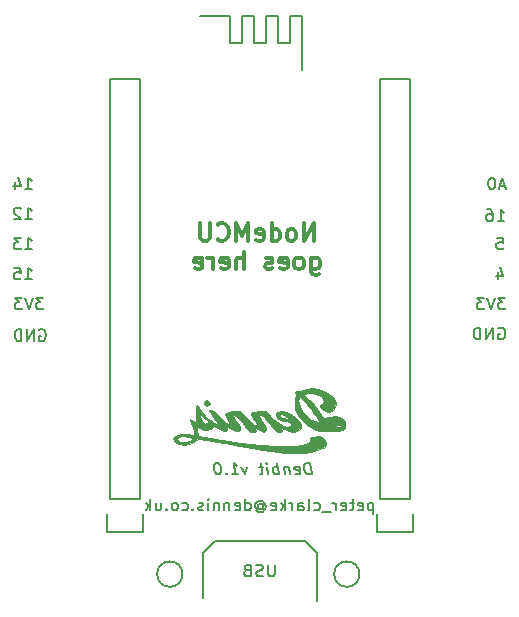
<source format=gbo>
%TF.GenerationSoftware,KiCad,Pcbnew,4.0.1-stable*%
%TF.CreationDate,2016-04-17T11:04:22+01:00*%
%TF.ProjectId,basic,62617369632E6B696361645F70636200,rev?*%
%TF.FileFunction,Legend,Bot*%
%FSLAX46Y46*%
G04 Gerber Fmt 4.6, Leading zero omitted, Abs format (unit mm)*
G04 Created by KiCad (PCBNEW 4.0.1-stable) date 17/04/2016 11:04:22*
%MOMM*%
G01*
G04 APERTURE LIST*
%ADD10C,0.100000*%
%ADD11C,0.150000*%
%ADD12C,0.300000*%
%ADD13C,0.200000*%
%ADD14C,0.010000*%
%ADD15C,2.398980*%
%ADD16R,2.400000X2.300000*%
%ADD17C,2.300000*%
%ADD18C,5.900000*%
%ADD19C,1.797000*%
%ADD20R,2.432000X2.127200*%
%ADD21O,2.432000X2.127200*%
%ADD22O,1.400000X2.305000*%
%ADD23R,1.400000X2.305000*%
G04 APERTURE END LIST*
D10*
D11*
X165524904Y-98850000D02*
X165620142Y-98802381D01*
X165762999Y-98802381D01*
X165905857Y-98850000D01*
X166001095Y-98945238D01*
X166048714Y-99040476D01*
X166096333Y-99230952D01*
X166096333Y-99373810D01*
X166048714Y-99564286D01*
X166001095Y-99659524D01*
X165905857Y-99754762D01*
X165762999Y-99802381D01*
X165667761Y-99802381D01*
X165524904Y-99754762D01*
X165477285Y-99707143D01*
X165477285Y-99373810D01*
X165667761Y-99373810D01*
X165048714Y-99802381D02*
X165048714Y-98802381D01*
X164477285Y-99802381D01*
X164477285Y-98802381D01*
X164001095Y-99802381D02*
X164001095Y-98802381D01*
X163763000Y-98802381D01*
X163620142Y-98850000D01*
X163524904Y-98945238D01*
X163477285Y-99040476D01*
X163429666Y-99230952D01*
X163429666Y-99373810D01*
X163477285Y-99564286D01*
X163524904Y-99659524D01*
X163620142Y-99754762D01*
X163763000Y-99802381D01*
X164001095Y-99802381D01*
X166128095Y-96262381D02*
X165509047Y-96262381D01*
X165842381Y-96643333D01*
X165699523Y-96643333D01*
X165604285Y-96690952D01*
X165556666Y-96738571D01*
X165509047Y-96833810D01*
X165509047Y-97071905D01*
X165556666Y-97167143D01*
X165604285Y-97214762D01*
X165699523Y-97262381D01*
X165985238Y-97262381D01*
X166080476Y-97214762D01*
X166128095Y-97167143D01*
X165223333Y-96262381D02*
X164890000Y-97262381D01*
X164556666Y-96262381D01*
X164318571Y-96262381D02*
X163699523Y-96262381D01*
X164032857Y-96643333D01*
X163889999Y-96643333D01*
X163794761Y-96690952D01*
X163747142Y-96738571D01*
X163699523Y-96833810D01*
X163699523Y-97071905D01*
X163747142Y-97167143D01*
X163794761Y-97214762D01*
X163889999Y-97262381D01*
X164175714Y-97262381D01*
X164270952Y-97214762D01*
X164318571Y-97167143D01*
X165461523Y-94055714D02*
X165461523Y-94722381D01*
X165699619Y-93674762D02*
X165937714Y-94389048D01*
X165318666Y-94389048D01*
X165413904Y-91182381D02*
X165890095Y-91182381D01*
X165937714Y-91658571D01*
X165890095Y-91610952D01*
X165794857Y-91563333D01*
X165556761Y-91563333D01*
X165461523Y-91610952D01*
X165413904Y-91658571D01*
X165366285Y-91753810D01*
X165366285Y-91991905D01*
X165413904Y-92087143D01*
X165461523Y-92134762D01*
X165556761Y-92182381D01*
X165794857Y-92182381D01*
X165890095Y-92134762D01*
X165937714Y-92087143D01*
X165456476Y-89784381D02*
X166027905Y-89784381D01*
X165742191Y-89784381D02*
X165742191Y-88784381D01*
X165837429Y-88927238D01*
X165932667Y-89022476D01*
X166027905Y-89070095D01*
X164599333Y-88784381D02*
X164789810Y-88784381D01*
X164885048Y-88832000D01*
X164932667Y-88879619D01*
X165027905Y-89022476D01*
X165075524Y-89212952D01*
X165075524Y-89593905D01*
X165027905Y-89689143D01*
X164980286Y-89736762D01*
X164885048Y-89784381D01*
X164694571Y-89784381D01*
X164599333Y-89736762D01*
X164551714Y-89689143D01*
X164504095Y-89593905D01*
X164504095Y-89355810D01*
X164551714Y-89260571D01*
X164599333Y-89212952D01*
X164694571Y-89165333D01*
X164885048Y-89165333D01*
X164980286Y-89212952D01*
X165027905Y-89260571D01*
X165075524Y-89355810D01*
X166112286Y-86816667D02*
X165636095Y-86816667D01*
X166207524Y-87102381D02*
X165874191Y-86102381D01*
X165540857Y-87102381D01*
X165017048Y-86102381D02*
X164921809Y-86102381D01*
X164826571Y-86150000D01*
X164778952Y-86197619D01*
X164731333Y-86292857D01*
X164683714Y-86483333D01*
X164683714Y-86721429D01*
X164731333Y-86911905D01*
X164778952Y-87007143D01*
X164826571Y-87054762D01*
X164921809Y-87102381D01*
X165017048Y-87102381D01*
X165112286Y-87054762D01*
X165159905Y-87007143D01*
X165207524Y-86911905D01*
X165255143Y-86721429D01*
X165255143Y-86483333D01*
X165207524Y-86292857D01*
X165159905Y-86197619D01*
X165112286Y-86150000D01*
X165017048Y-86102381D01*
X126657904Y-98992000D02*
X126753142Y-98944381D01*
X126895999Y-98944381D01*
X127038857Y-98992000D01*
X127134095Y-99087238D01*
X127181714Y-99182476D01*
X127229333Y-99372952D01*
X127229333Y-99515810D01*
X127181714Y-99706286D01*
X127134095Y-99801524D01*
X127038857Y-99896762D01*
X126895999Y-99944381D01*
X126800761Y-99944381D01*
X126657904Y-99896762D01*
X126610285Y-99849143D01*
X126610285Y-99515810D01*
X126800761Y-99515810D01*
X126181714Y-99944381D02*
X126181714Y-98944381D01*
X125610285Y-99944381D01*
X125610285Y-98944381D01*
X125134095Y-99944381D02*
X125134095Y-98944381D01*
X124896000Y-98944381D01*
X124753142Y-98992000D01*
X124657904Y-99087238D01*
X124610285Y-99182476D01*
X124562666Y-99372952D01*
X124562666Y-99515810D01*
X124610285Y-99706286D01*
X124657904Y-99801524D01*
X124753142Y-99896762D01*
X124896000Y-99944381D01*
X125134095Y-99944381D01*
X126657904Y-98992000D02*
X126753142Y-98944381D01*
X126895999Y-98944381D01*
X127038857Y-98992000D01*
X127134095Y-99087238D01*
X127181714Y-99182476D01*
X127229333Y-99372952D01*
X127229333Y-99515810D01*
X127181714Y-99706286D01*
X127134095Y-99801524D01*
X127038857Y-99896762D01*
X126895999Y-99944381D01*
X126800761Y-99944381D01*
X126657904Y-99896762D01*
X126610285Y-99849143D01*
X126610285Y-99515810D01*
X126800761Y-99515810D01*
X126181714Y-99944381D02*
X126181714Y-98944381D01*
X125610285Y-99944381D01*
X125610285Y-98944381D01*
X125134095Y-99944381D02*
X125134095Y-98944381D01*
X124896000Y-98944381D01*
X124753142Y-98992000D01*
X124657904Y-99087238D01*
X124610285Y-99182476D01*
X124562666Y-99372952D01*
X124562666Y-99515810D01*
X124610285Y-99706286D01*
X124657904Y-99801524D01*
X124753142Y-99896762D01*
X124896000Y-99944381D01*
X125134095Y-99944381D01*
X127012095Y-96262381D02*
X126393047Y-96262381D01*
X126726381Y-96643333D01*
X126583523Y-96643333D01*
X126488285Y-96690952D01*
X126440666Y-96738571D01*
X126393047Y-96833810D01*
X126393047Y-97071905D01*
X126440666Y-97167143D01*
X126488285Y-97214762D01*
X126583523Y-97262381D01*
X126869238Y-97262381D01*
X126964476Y-97214762D01*
X127012095Y-97167143D01*
X126107333Y-96262381D02*
X125774000Y-97262381D01*
X125440666Y-96262381D01*
X125202571Y-96262381D02*
X124583523Y-96262381D01*
X124916857Y-96643333D01*
X124773999Y-96643333D01*
X124678761Y-96690952D01*
X124631142Y-96738571D01*
X124583523Y-96833810D01*
X124583523Y-97071905D01*
X124631142Y-97167143D01*
X124678761Y-97214762D01*
X124773999Y-97262381D01*
X125059714Y-97262381D01*
X125154952Y-97214762D01*
X125202571Y-97167143D01*
X154951049Y-113613714D02*
X154951049Y-114613714D01*
X154951049Y-113661333D02*
X154855811Y-113613714D01*
X154665334Y-113613714D01*
X154570096Y-113661333D01*
X154522477Y-113708952D01*
X154474858Y-113804190D01*
X154474858Y-114089905D01*
X154522477Y-114185143D01*
X154570096Y-114232762D01*
X154665334Y-114280381D01*
X154855811Y-114280381D01*
X154951049Y-114232762D01*
X153665334Y-114232762D02*
X153760572Y-114280381D01*
X153951049Y-114280381D01*
X154046287Y-114232762D01*
X154093906Y-114137524D01*
X154093906Y-113756571D01*
X154046287Y-113661333D01*
X153951049Y-113613714D01*
X153760572Y-113613714D01*
X153665334Y-113661333D01*
X153617715Y-113756571D01*
X153617715Y-113851810D01*
X154093906Y-113947048D01*
X153332001Y-113613714D02*
X152951049Y-113613714D01*
X153189144Y-113280381D02*
X153189144Y-114137524D01*
X153141525Y-114232762D01*
X153046287Y-114280381D01*
X152951049Y-114280381D01*
X152236762Y-114232762D02*
X152332000Y-114280381D01*
X152522477Y-114280381D01*
X152617715Y-114232762D01*
X152665334Y-114137524D01*
X152665334Y-113756571D01*
X152617715Y-113661333D01*
X152522477Y-113613714D01*
X152332000Y-113613714D01*
X152236762Y-113661333D01*
X152189143Y-113756571D01*
X152189143Y-113851810D01*
X152665334Y-113947048D01*
X151760572Y-114280381D02*
X151760572Y-113613714D01*
X151760572Y-113804190D02*
X151712953Y-113708952D01*
X151665334Y-113661333D01*
X151570096Y-113613714D01*
X151474857Y-113613714D01*
X151379619Y-114375619D02*
X150617714Y-114375619D01*
X149951047Y-114232762D02*
X150046285Y-114280381D01*
X150236762Y-114280381D01*
X150332000Y-114232762D01*
X150379619Y-114185143D01*
X150427238Y-114089905D01*
X150427238Y-113804190D01*
X150379619Y-113708952D01*
X150332000Y-113661333D01*
X150236762Y-113613714D01*
X150046285Y-113613714D01*
X149951047Y-113661333D01*
X149379619Y-114280381D02*
X149474857Y-114232762D01*
X149522476Y-114137524D01*
X149522476Y-113280381D01*
X148570094Y-114280381D02*
X148570094Y-113756571D01*
X148617713Y-113661333D01*
X148712951Y-113613714D01*
X148903428Y-113613714D01*
X148998666Y-113661333D01*
X148570094Y-114232762D02*
X148665332Y-114280381D01*
X148903428Y-114280381D01*
X148998666Y-114232762D01*
X149046285Y-114137524D01*
X149046285Y-114042286D01*
X148998666Y-113947048D01*
X148903428Y-113899429D01*
X148665332Y-113899429D01*
X148570094Y-113851810D01*
X148093904Y-114280381D02*
X148093904Y-113613714D01*
X148093904Y-113804190D02*
X148046285Y-113708952D01*
X147998666Y-113661333D01*
X147903428Y-113613714D01*
X147808189Y-113613714D01*
X147474856Y-114280381D02*
X147474856Y-113280381D01*
X147379618Y-113899429D02*
X147093903Y-114280381D01*
X147093903Y-113613714D02*
X147474856Y-113994667D01*
X146284379Y-114232762D02*
X146379617Y-114280381D01*
X146570094Y-114280381D01*
X146665332Y-114232762D01*
X146712951Y-114137524D01*
X146712951Y-113756571D01*
X146665332Y-113661333D01*
X146570094Y-113613714D01*
X146379617Y-113613714D01*
X146284379Y-113661333D01*
X146236760Y-113756571D01*
X146236760Y-113851810D01*
X146712951Y-113947048D01*
X145189141Y-113804190D02*
X145236760Y-113756571D01*
X145331998Y-113708952D01*
X145427236Y-113708952D01*
X145522474Y-113756571D01*
X145570094Y-113804190D01*
X145617713Y-113899429D01*
X145617713Y-113994667D01*
X145570094Y-114089905D01*
X145522474Y-114137524D01*
X145427236Y-114185143D01*
X145331998Y-114185143D01*
X145236760Y-114137524D01*
X145189141Y-114089905D01*
X145189141Y-113708952D02*
X145189141Y-114089905D01*
X145141522Y-114137524D01*
X145093903Y-114137524D01*
X144998665Y-114089905D01*
X144951046Y-113994667D01*
X144951046Y-113756571D01*
X145046284Y-113613714D01*
X145189141Y-113518476D01*
X145379617Y-113470857D01*
X145570094Y-113518476D01*
X145712951Y-113613714D01*
X145808189Y-113756571D01*
X145855808Y-113947048D01*
X145808189Y-114137524D01*
X145712951Y-114280381D01*
X145570094Y-114375619D01*
X145379617Y-114423238D01*
X145189141Y-114375619D01*
X145046284Y-114280381D01*
X144093903Y-114280381D02*
X144093903Y-113280381D01*
X144093903Y-114232762D02*
X144189141Y-114280381D01*
X144379618Y-114280381D01*
X144474856Y-114232762D01*
X144522475Y-114185143D01*
X144570094Y-114089905D01*
X144570094Y-113804190D01*
X144522475Y-113708952D01*
X144474856Y-113661333D01*
X144379618Y-113613714D01*
X144189141Y-113613714D01*
X144093903Y-113661333D01*
X143236760Y-114232762D02*
X143331998Y-114280381D01*
X143522475Y-114280381D01*
X143617713Y-114232762D01*
X143665332Y-114137524D01*
X143665332Y-113756571D01*
X143617713Y-113661333D01*
X143522475Y-113613714D01*
X143331998Y-113613714D01*
X143236760Y-113661333D01*
X143189141Y-113756571D01*
X143189141Y-113851810D01*
X143665332Y-113947048D01*
X142760570Y-113613714D02*
X142760570Y-114280381D01*
X142760570Y-113708952D02*
X142712951Y-113661333D01*
X142617713Y-113613714D01*
X142474855Y-113613714D01*
X142379617Y-113661333D01*
X142331998Y-113756571D01*
X142331998Y-114280381D01*
X141855808Y-113613714D02*
X141855808Y-114280381D01*
X141855808Y-113708952D02*
X141808189Y-113661333D01*
X141712951Y-113613714D01*
X141570093Y-113613714D01*
X141474855Y-113661333D01*
X141427236Y-113756571D01*
X141427236Y-114280381D01*
X140951046Y-114280381D02*
X140951046Y-113613714D01*
X140951046Y-113280381D02*
X140998665Y-113328000D01*
X140951046Y-113375619D01*
X140903427Y-113328000D01*
X140951046Y-113280381D01*
X140951046Y-113375619D01*
X140522475Y-114232762D02*
X140427237Y-114280381D01*
X140236761Y-114280381D01*
X140141522Y-114232762D01*
X140093903Y-114137524D01*
X140093903Y-114089905D01*
X140141522Y-113994667D01*
X140236761Y-113947048D01*
X140379618Y-113947048D01*
X140474856Y-113899429D01*
X140522475Y-113804190D01*
X140522475Y-113756571D01*
X140474856Y-113661333D01*
X140379618Y-113613714D01*
X140236761Y-113613714D01*
X140141522Y-113661333D01*
X139665332Y-114185143D02*
X139617713Y-114232762D01*
X139665332Y-114280381D01*
X139712951Y-114232762D01*
X139665332Y-114185143D01*
X139665332Y-114280381D01*
X138760570Y-114232762D02*
X138855808Y-114280381D01*
X139046285Y-114280381D01*
X139141523Y-114232762D01*
X139189142Y-114185143D01*
X139236761Y-114089905D01*
X139236761Y-113804190D01*
X139189142Y-113708952D01*
X139141523Y-113661333D01*
X139046285Y-113613714D01*
X138855808Y-113613714D01*
X138760570Y-113661333D01*
X138189142Y-114280381D02*
X138284380Y-114232762D01*
X138331999Y-114185143D01*
X138379618Y-114089905D01*
X138379618Y-113804190D01*
X138331999Y-113708952D01*
X138284380Y-113661333D01*
X138189142Y-113613714D01*
X138046284Y-113613714D01*
X137951046Y-113661333D01*
X137903427Y-113708952D01*
X137855808Y-113804190D01*
X137855808Y-114089905D01*
X137903427Y-114185143D01*
X137951046Y-114232762D01*
X138046284Y-114280381D01*
X138189142Y-114280381D01*
X137427237Y-114185143D02*
X137379618Y-114232762D01*
X137427237Y-114280381D01*
X137474856Y-114232762D01*
X137427237Y-114185143D01*
X137427237Y-114280381D01*
X136522475Y-113613714D02*
X136522475Y-114280381D01*
X136951047Y-113613714D02*
X136951047Y-114137524D01*
X136903428Y-114232762D01*
X136808190Y-114280381D01*
X136665332Y-114280381D01*
X136570094Y-114232762D01*
X136522475Y-114185143D01*
X136046285Y-114280381D02*
X136046285Y-113280381D01*
X135951047Y-113899429D02*
X135665332Y-114280381D01*
X135665332Y-113613714D02*
X136046285Y-113994667D01*
X125456476Y-94722381D02*
X126027905Y-94722381D01*
X125742191Y-94722381D02*
X125742191Y-93722381D01*
X125837429Y-93865238D01*
X125932667Y-93960476D01*
X126027905Y-94008095D01*
X124551714Y-93722381D02*
X125027905Y-93722381D01*
X125075524Y-94198571D01*
X125027905Y-94150952D01*
X124932667Y-94103333D01*
X124694571Y-94103333D01*
X124599333Y-94150952D01*
X124551714Y-94198571D01*
X124504095Y-94293810D01*
X124504095Y-94531905D01*
X124551714Y-94627143D01*
X124599333Y-94674762D01*
X124694571Y-94722381D01*
X124932667Y-94722381D01*
X125027905Y-94674762D01*
X125075524Y-94627143D01*
X149713977Y-111232381D02*
X149588977Y-110232381D01*
X149350882Y-110232381D01*
X149213976Y-110280000D01*
X149130643Y-110375238D01*
X149094928Y-110470476D01*
X149071119Y-110660952D01*
X149088976Y-110803810D01*
X149160405Y-110994286D01*
X149219928Y-111089524D01*
X149327071Y-111184762D01*
X149475882Y-111232381D01*
X149713977Y-111232381D01*
X148327071Y-111184762D02*
X148428262Y-111232381D01*
X148618739Y-111232381D01*
X148708024Y-111184762D01*
X148743738Y-111089524D01*
X148696119Y-110708571D01*
X148636596Y-110613333D01*
X148535405Y-110565714D01*
X148344928Y-110565714D01*
X148255643Y-110613333D01*
X148219928Y-110708571D01*
X148231833Y-110803810D01*
X148719929Y-110899048D01*
X147773500Y-110565714D02*
X147856834Y-111232381D01*
X147785405Y-110660952D02*
X147731834Y-110613333D01*
X147630643Y-110565714D01*
X147487785Y-110565714D01*
X147398500Y-110613333D01*
X147362785Y-110708571D01*
X147428262Y-111232381D01*
X146952072Y-111232381D02*
X146827072Y-110232381D01*
X146874691Y-110613333D02*
X146773500Y-110565714D01*
X146583023Y-110565714D01*
X146493738Y-110613333D01*
X146452071Y-110660952D01*
X146416357Y-110756190D01*
X146452071Y-111041905D01*
X146511595Y-111137143D01*
X146565166Y-111184762D01*
X146666357Y-111232381D01*
X146856834Y-111232381D01*
X146946119Y-111184762D01*
X146047310Y-111232381D02*
X145963976Y-110565714D01*
X145922310Y-110232381D02*
X145975881Y-110280000D01*
X145934214Y-110327619D01*
X145880643Y-110280000D01*
X145922310Y-110232381D01*
X145934214Y-110327619D01*
X145630643Y-110565714D02*
X145249691Y-110565714D01*
X145446120Y-110232381D02*
X145553262Y-111089524D01*
X145517548Y-111184762D01*
X145428263Y-111232381D01*
X145333025Y-111232381D01*
X144249690Y-110565714D02*
X144094929Y-111232381D01*
X143773499Y-110565714D01*
X142952071Y-111232381D02*
X143523500Y-111232381D01*
X143237786Y-111232381D02*
X143112786Y-110232381D01*
X143225881Y-110375238D01*
X143333023Y-110470476D01*
X143434214Y-110518095D01*
X142511595Y-111137143D02*
X142469928Y-111184762D01*
X142523500Y-111232381D01*
X142565166Y-111184762D01*
X142511595Y-111137143D01*
X142523500Y-111232381D01*
X141731834Y-110232381D02*
X141636595Y-110232381D01*
X141547309Y-110280000D01*
X141505642Y-110327619D01*
X141469928Y-110422857D01*
X141446119Y-110613333D01*
X141475881Y-110851429D01*
X141547309Y-111041905D01*
X141606833Y-111137143D01*
X141660404Y-111184762D01*
X141761595Y-111232381D01*
X141856834Y-111232381D01*
X141946119Y-111184762D01*
X141987786Y-111137143D01*
X142023500Y-111041905D01*
X142047310Y-110851429D01*
X142017548Y-110613333D01*
X141946119Y-110422857D01*
X141886595Y-110327619D01*
X141833024Y-110280000D01*
X141731834Y-110232381D01*
D12*
X149899429Y-91462571D02*
X149899429Y-89962571D01*
X149042286Y-91462571D01*
X149042286Y-89962571D01*
X148113714Y-91462571D02*
X148256572Y-91391143D01*
X148328000Y-91319714D01*
X148399429Y-91176857D01*
X148399429Y-90748286D01*
X148328000Y-90605429D01*
X148256572Y-90534000D01*
X148113714Y-90462571D01*
X147899429Y-90462571D01*
X147756572Y-90534000D01*
X147685143Y-90605429D01*
X147613714Y-90748286D01*
X147613714Y-91176857D01*
X147685143Y-91319714D01*
X147756572Y-91391143D01*
X147899429Y-91462571D01*
X148113714Y-91462571D01*
X146328000Y-91462571D02*
X146328000Y-89962571D01*
X146328000Y-91391143D02*
X146470857Y-91462571D01*
X146756571Y-91462571D01*
X146899429Y-91391143D01*
X146970857Y-91319714D01*
X147042286Y-91176857D01*
X147042286Y-90748286D01*
X146970857Y-90605429D01*
X146899429Y-90534000D01*
X146756571Y-90462571D01*
X146470857Y-90462571D01*
X146328000Y-90534000D01*
X145042286Y-91391143D02*
X145185143Y-91462571D01*
X145470857Y-91462571D01*
X145613714Y-91391143D01*
X145685143Y-91248286D01*
X145685143Y-90676857D01*
X145613714Y-90534000D01*
X145470857Y-90462571D01*
X145185143Y-90462571D01*
X145042286Y-90534000D01*
X144970857Y-90676857D01*
X144970857Y-90819714D01*
X145685143Y-90962571D01*
X144328000Y-91462571D02*
X144328000Y-89962571D01*
X143828000Y-91034000D01*
X143328000Y-89962571D01*
X143328000Y-91462571D01*
X141756571Y-91319714D02*
X141828000Y-91391143D01*
X142042286Y-91462571D01*
X142185143Y-91462571D01*
X142399428Y-91391143D01*
X142542286Y-91248286D01*
X142613714Y-91105429D01*
X142685143Y-90819714D01*
X142685143Y-90605429D01*
X142613714Y-90319714D01*
X142542286Y-90176857D01*
X142399428Y-90034000D01*
X142185143Y-89962571D01*
X142042286Y-89962571D01*
X141828000Y-90034000D01*
X141756571Y-90105429D01*
X141113714Y-89962571D02*
X141113714Y-91176857D01*
X141042286Y-91319714D01*
X140970857Y-91391143D01*
X140828000Y-91462571D01*
X140542286Y-91462571D01*
X140399428Y-91391143D01*
X140328000Y-91319714D01*
X140256571Y-91176857D01*
X140256571Y-89962571D01*
X149685142Y-92862571D02*
X149685142Y-94076857D01*
X149756571Y-94219714D01*
X149827999Y-94291143D01*
X149970856Y-94362571D01*
X150185142Y-94362571D01*
X150327999Y-94291143D01*
X149685142Y-93791143D02*
X149827999Y-93862571D01*
X150113713Y-93862571D01*
X150256571Y-93791143D01*
X150327999Y-93719714D01*
X150399428Y-93576857D01*
X150399428Y-93148286D01*
X150327999Y-93005429D01*
X150256571Y-92934000D01*
X150113713Y-92862571D01*
X149827999Y-92862571D01*
X149685142Y-92934000D01*
X148756570Y-93862571D02*
X148899428Y-93791143D01*
X148970856Y-93719714D01*
X149042285Y-93576857D01*
X149042285Y-93148286D01*
X148970856Y-93005429D01*
X148899428Y-92934000D01*
X148756570Y-92862571D01*
X148542285Y-92862571D01*
X148399428Y-92934000D01*
X148327999Y-93005429D01*
X148256570Y-93148286D01*
X148256570Y-93576857D01*
X148327999Y-93719714D01*
X148399428Y-93791143D01*
X148542285Y-93862571D01*
X148756570Y-93862571D01*
X147042285Y-93791143D02*
X147185142Y-93862571D01*
X147470856Y-93862571D01*
X147613713Y-93791143D01*
X147685142Y-93648286D01*
X147685142Y-93076857D01*
X147613713Y-92934000D01*
X147470856Y-92862571D01*
X147185142Y-92862571D01*
X147042285Y-92934000D01*
X146970856Y-93076857D01*
X146970856Y-93219714D01*
X147685142Y-93362571D01*
X146399428Y-93791143D02*
X146256571Y-93862571D01*
X145970856Y-93862571D01*
X145827999Y-93791143D01*
X145756571Y-93648286D01*
X145756571Y-93576857D01*
X145827999Y-93434000D01*
X145970856Y-93362571D01*
X146185142Y-93362571D01*
X146327999Y-93291143D01*
X146399428Y-93148286D01*
X146399428Y-93076857D01*
X146327999Y-92934000D01*
X146185142Y-92862571D01*
X145970856Y-92862571D01*
X145827999Y-92934000D01*
X143970856Y-93862571D02*
X143970856Y-92362571D01*
X143327999Y-93862571D02*
X143327999Y-93076857D01*
X143399428Y-92934000D01*
X143542285Y-92862571D01*
X143756570Y-92862571D01*
X143899428Y-92934000D01*
X143970856Y-93005429D01*
X142042285Y-93791143D02*
X142185142Y-93862571D01*
X142470856Y-93862571D01*
X142613713Y-93791143D01*
X142685142Y-93648286D01*
X142685142Y-93076857D01*
X142613713Y-92934000D01*
X142470856Y-92862571D01*
X142185142Y-92862571D01*
X142042285Y-92934000D01*
X141970856Y-93076857D01*
X141970856Y-93219714D01*
X142685142Y-93362571D01*
X141327999Y-93862571D02*
X141327999Y-92862571D01*
X141327999Y-93148286D02*
X141256571Y-93005429D01*
X141185142Y-92934000D01*
X141042285Y-92862571D01*
X140899428Y-92862571D01*
X139828000Y-93791143D02*
X139970857Y-93862571D01*
X140256571Y-93862571D01*
X140399428Y-93791143D01*
X140470857Y-93648286D01*
X140470857Y-93076857D01*
X140399428Y-92934000D01*
X140256571Y-92862571D01*
X139970857Y-92862571D01*
X139828000Y-92934000D01*
X139756571Y-93076857D01*
X139756571Y-93219714D01*
X140470857Y-93362571D01*
D13*
X153775631Y-119670000D02*
G75*
G03X153775631Y-119670000I-1077631J0D01*
G01*
X138789631Y-119670000D02*
G75*
G03X138789631Y-119670000I-1077631J0D01*
G01*
X142792000Y-72426000D02*
X140252000Y-72426000D01*
X142792000Y-72680000D02*
X142792000Y-72426000D01*
X142792000Y-74712000D02*
X142792000Y-72680000D01*
X143808000Y-74712000D02*
X142792000Y-74712000D01*
X143808000Y-72426000D02*
X143808000Y-74712000D01*
X144824000Y-72426000D02*
X143808000Y-72426000D01*
X144824000Y-72680000D02*
X144824000Y-72426000D01*
X144824000Y-74712000D02*
X144824000Y-72680000D01*
X145840000Y-74712000D02*
X144824000Y-74712000D01*
X145840000Y-72426000D02*
X145840000Y-74712000D01*
X146856000Y-72426000D02*
X145840000Y-72426000D01*
X146856000Y-72680000D02*
X146856000Y-72426000D01*
X146856000Y-74712000D02*
X146856000Y-72680000D01*
X147872000Y-74712000D02*
X146856000Y-74712000D01*
X147872000Y-72426000D02*
X147872000Y-74712000D01*
X148888000Y-72426000D02*
X147872000Y-72426000D01*
X148888000Y-76998000D02*
X148888000Y-72426000D01*
D11*
X146593905Y-118868381D02*
X146593905Y-119677905D01*
X146546286Y-119773143D01*
X146498667Y-119820762D01*
X146403429Y-119868381D01*
X146212952Y-119868381D01*
X146117714Y-119820762D01*
X146070095Y-119773143D01*
X146022476Y-119677905D01*
X146022476Y-118868381D01*
X145593905Y-119820762D02*
X145451048Y-119868381D01*
X145212952Y-119868381D01*
X145117714Y-119820762D01*
X145070095Y-119773143D01*
X145022476Y-119677905D01*
X145022476Y-119582667D01*
X145070095Y-119487429D01*
X145117714Y-119439810D01*
X145212952Y-119392190D01*
X145403429Y-119344571D01*
X145498667Y-119296952D01*
X145546286Y-119249333D01*
X145593905Y-119154095D01*
X145593905Y-119058857D01*
X145546286Y-118963619D01*
X145498667Y-118916000D01*
X145403429Y-118868381D01*
X145165333Y-118868381D01*
X145022476Y-118916000D01*
X144260571Y-119344571D02*
X144117714Y-119392190D01*
X144070095Y-119439810D01*
X144022476Y-119535048D01*
X144022476Y-119677905D01*
X144070095Y-119773143D01*
X144117714Y-119820762D01*
X144212952Y-119868381D01*
X144593905Y-119868381D01*
X144593905Y-118868381D01*
X144260571Y-118868381D01*
X144165333Y-118916000D01*
X144117714Y-118963619D01*
X144070095Y-119058857D01*
X144070095Y-119154095D01*
X144117714Y-119249333D01*
X144165333Y-119296952D01*
X144260571Y-119344571D01*
X144593905Y-119344571D01*
D13*
X150158000Y-117892000D02*
X150158000Y-121956000D01*
X149142000Y-116876000D02*
X150158000Y-117892000D01*
X141522000Y-116876000D02*
X149142000Y-116876000D01*
X140506000Y-117892000D02*
X141522000Y-116876000D01*
X140506000Y-121702000D02*
X140506000Y-117892000D01*
D11*
X125456476Y-87102381D02*
X126027905Y-87102381D01*
X125742191Y-87102381D02*
X125742191Y-86102381D01*
X125837429Y-86245238D01*
X125932667Y-86340476D01*
X126027905Y-86388095D01*
X124599333Y-86435714D02*
X124599333Y-87102381D01*
X124837429Y-86054762D02*
X125075524Y-86769048D01*
X124456476Y-86769048D01*
X125456476Y-89642381D02*
X126027905Y-89642381D01*
X125742191Y-89642381D02*
X125742191Y-88642381D01*
X125837429Y-88785238D01*
X125932667Y-88880476D01*
X126027905Y-88928095D01*
X125075524Y-88737619D02*
X125027905Y-88690000D01*
X124932667Y-88642381D01*
X124694571Y-88642381D01*
X124599333Y-88690000D01*
X124551714Y-88737619D01*
X124504095Y-88832857D01*
X124504095Y-88928095D01*
X124551714Y-89070952D01*
X125123143Y-89642381D01*
X124504095Y-89642381D01*
X125456476Y-92182381D02*
X126027905Y-92182381D01*
X125742191Y-92182381D02*
X125742191Y-91182381D01*
X125837429Y-91325238D01*
X125932667Y-91420476D01*
X126027905Y-91468095D01*
X125123143Y-91182381D02*
X124504095Y-91182381D01*
X124837429Y-91563333D01*
X124694571Y-91563333D01*
X124599333Y-91610952D01*
X124551714Y-91658571D01*
X124504095Y-91753810D01*
X124504095Y-91991905D01*
X124551714Y-92087143D01*
X124599333Y-92134762D01*
X124694571Y-92182381D01*
X124980286Y-92182381D01*
X125075524Y-92134762D01*
X125123143Y-92087143D01*
D14*
G36*
X139940506Y-105418188D02*
X139933549Y-105613292D01*
X139942634Y-105679913D01*
X139965013Y-105988909D01*
X139952711Y-106331879D01*
X139943472Y-106412859D01*
X139889764Y-106804698D01*
X139682536Y-106668917D01*
X139523876Y-106583360D01*
X139438193Y-106570251D01*
X139447524Y-106662076D01*
X139511799Y-106856860D01*
X139572539Y-107007369D01*
X139674250Y-107292156D01*
X139735710Y-107555888D01*
X139744000Y-107649426D01*
X139744000Y-107891481D01*
X139160596Y-107842570D01*
X138701940Y-107821700D01*
X138379680Y-107852780D01*
X138167288Y-107941616D01*
X138041712Y-108087399D01*
X137992828Y-108231312D01*
X138050157Y-108353601D01*
X138161376Y-108459131D01*
X138513628Y-108657859D01*
X138928039Y-108731103D01*
X139353969Y-108679669D01*
X139740778Y-108504367D01*
X139836104Y-108432415D01*
X140093485Y-108215843D01*
X140913576Y-108354658D01*
X141246708Y-108411573D01*
X141707761Y-108491084D01*
X142257885Y-108586453D01*
X142858227Y-108690940D01*
X143469937Y-108797806D01*
X143638666Y-108827361D01*
X144661197Y-109003415D01*
X145537056Y-109146584D01*
X146285261Y-109258924D01*
X146924829Y-109342494D01*
X147474779Y-109399349D01*
X147954126Y-109431548D01*
X148381890Y-109441146D01*
X148777087Y-109430202D01*
X149040980Y-109411727D01*
X149658361Y-109329086D01*
X150191562Y-109199150D01*
X150605991Y-109031281D01*
X150733313Y-108953825D01*
X150894115Y-108761208D01*
X150919019Y-108535886D01*
X150827588Y-108312285D01*
X150639383Y-108124828D01*
X150373966Y-108007941D01*
X150183349Y-107986000D01*
X149898328Y-108017567D01*
X149693984Y-108100144D01*
X149607078Y-108215542D01*
X149613805Y-108267800D01*
X149589892Y-108418329D01*
X149421451Y-108564735D01*
X149132853Y-108690754D01*
X148882114Y-108756153D01*
X148291313Y-108835162D01*
X147545845Y-108862904D01*
X146652292Y-108839806D01*
X145617238Y-108766295D01*
X144447264Y-108642799D01*
X143148952Y-108469744D01*
X142175688Y-108320696D01*
X141530690Y-108217274D01*
X141183873Y-108160942D01*
X139659333Y-108160942D01*
X139583148Y-108285483D01*
X139387479Y-108386594D01*
X139121656Y-108454112D01*
X138835009Y-108477870D01*
X138576865Y-108447703D01*
X138468434Y-108406354D01*
X138326161Y-108270636D01*
X138333042Y-108127508D01*
X138480016Y-108026423D01*
X138652207Y-108004605D01*
X138902439Y-108008908D01*
X139179343Y-108033473D01*
X139431549Y-108072440D01*
X139607689Y-108119950D01*
X139659333Y-108160942D01*
X141183873Y-108160942D01*
X141033558Y-108136527D01*
X140665108Y-108073400D01*
X140406160Y-108022841D01*
X140237530Y-107979793D01*
X140140037Y-107939205D01*
X140094498Y-107896023D01*
X140081732Y-107845191D01*
X140082555Y-107781658D01*
X140082666Y-107769261D01*
X140051701Y-107535426D01*
X140000095Y-107356511D01*
X139949238Y-107205499D01*
X139967622Y-107153816D01*
X140081306Y-107197575D01*
X140284488Y-107314076D01*
X140585232Y-107435830D01*
X140886636Y-107467446D01*
X141140232Y-107411599D01*
X141297553Y-107270969D01*
X141303816Y-107257770D01*
X141354806Y-107160523D01*
X141421018Y-107134247D01*
X141544519Y-107185154D01*
X141767372Y-107319457D01*
X141781659Y-107328337D01*
X142086509Y-107482935D01*
X142337630Y-107544792D01*
X142507524Y-107512520D01*
X142568692Y-107384735D01*
X142567882Y-107367975D01*
X142581750Y-107254932D01*
X142610216Y-107245337D01*
X143056791Y-107466528D01*
X143375775Y-107577741D01*
X143568082Y-107579270D01*
X143596778Y-107562297D01*
X143663704Y-107427612D01*
X143617892Y-107216576D01*
X143454452Y-106915796D01*
X143256081Y-106629173D01*
X143108085Y-106408574D01*
X143023255Y-106243817D01*
X143016216Y-106181339D01*
X143140270Y-106167698D01*
X143333140Y-106282485D01*
X143575772Y-106509377D01*
X143849118Y-106832050D01*
X143977987Y-107005437D01*
X144202063Y-107310550D01*
X144363333Y-107500743D01*
X144492187Y-107602478D01*
X144619013Y-107642216D01*
X144715193Y-107647333D01*
X144919315Y-107629878D01*
X144980956Y-107558077D01*
X144911624Y-107402780D01*
X144848699Y-107309183D01*
X144704065Y-107102689D01*
X144964641Y-107288236D01*
X145306889Y-107494046D01*
X145601002Y-107597674D01*
X145803230Y-107591149D01*
X145894393Y-107477881D01*
X145861635Y-107263657D01*
X145708217Y-106959316D01*
X145537469Y-106707557D01*
X145341911Y-106415318D01*
X145251269Y-106217918D01*
X145270667Y-106127709D01*
X145295233Y-106123333D01*
X145454948Y-106181589D01*
X145669063Y-106362745D01*
X145947566Y-106676377D01*
X146179877Y-106971590D01*
X146427626Y-107287951D01*
X146607457Y-107488973D01*
X146747026Y-107599098D01*
X146873991Y-107642771D01*
X146944471Y-107647333D01*
X147135635Y-107633637D01*
X147183331Y-107564713D01*
X147112892Y-107398805D01*
X147104635Y-107383309D01*
X147056747Y-107283591D01*
X147080517Y-107260164D01*
X147205966Y-107313435D01*
X147350866Y-107386632D01*
X147785451Y-107557806D01*
X148173713Y-107614173D01*
X148492277Y-107558650D01*
X148717768Y-107394154D01*
X148810846Y-107204436D01*
X148828684Y-107058279D01*
X148779170Y-106918796D01*
X148639274Y-106741225D01*
X148494731Y-106590019D01*
X148356442Y-106470749D01*
X147698574Y-106470749D01*
X147667112Y-106527660D01*
X147554500Y-106516756D01*
X147350022Y-106459025D01*
X147215833Y-106420679D01*
X147067444Y-106332576D01*
X147025333Y-106244627D01*
X147067144Y-106141583D01*
X147204582Y-106144580D01*
X147452871Y-106252507D01*
X147622808Y-106367714D01*
X147698574Y-106470749D01*
X148356442Y-106470749D01*
X148064700Y-106219133D01*
X147639209Y-105975415D01*
X147244103Y-105872972D01*
X147176873Y-105870629D01*
X146878707Y-105907764D01*
X146724189Y-106021081D01*
X146700425Y-106209080D01*
X146815362Y-106444646D01*
X147061295Y-106624860D01*
X147403275Y-106728074D01*
X147562456Y-106743081D01*
X147825976Y-106770719D01*
X147964366Y-106838492D01*
X148009069Y-106917070D01*
X147999908Y-107084067D01*
X147944560Y-107148607D01*
X147672479Y-107222342D01*
X147335096Y-107141477D01*
X146934262Y-106906858D01*
X146471828Y-106519334D01*
X146381836Y-106433059D01*
X145822429Y-105887238D01*
X145302048Y-105889665D01*
X144905944Y-105912614D01*
X144667681Y-105984018D01*
X144580071Y-106114392D01*
X144635928Y-106314249D01*
X144824000Y-106589000D01*
X144973166Y-106790713D01*
X145064516Y-106941250D01*
X145078000Y-106981642D01*
X145025957Y-107061545D01*
X144875824Y-107015615D01*
X144636597Y-106849190D01*
X144317271Y-106567611D01*
X144215537Y-106469648D01*
X143617625Y-105884630D01*
X143065776Y-105898148D01*
X142686740Y-105926910D01*
X142464768Y-106000280D01*
X142390291Y-106132742D01*
X142453741Y-106338782D01*
X142611403Y-106585976D01*
X142758918Y-106813549D01*
X142846968Y-106993313D01*
X142859030Y-107065242D01*
X142782897Y-107078719D01*
X142622623Y-106992578D01*
X142408804Y-106831735D01*
X142172036Y-106621109D01*
X141942915Y-106385617D01*
X141776157Y-106183340D01*
X141573138Y-105939082D01*
X141405400Y-105816285D01*
X141245207Y-105784666D01*
X141010433Y-105784666D01*
X141393712Y-106356001D01*
X141559911Y-106621813D01*
X141666982Y-106829511D01*
X141698073Y-106944808D01*
X141688965Y-106956678D01*
X141583488Y-106922290D01*
X141388534Y-106806098D01*
X141291035Y-106738493D01*
X140925186Y-106738493D01*
X140917403Y-106816966D01*
X140874366Y-106858351D01*
X140706087Y-106925227D01*
X140547389Y-106844005D01*
X140395686Y-106636781D01*
X140264904Y-106376819D01*
X140248069Y-106241038D01*
X140340247Y-106233714D01*
X140536506Y-106359122D01*
X140628596Y-106434926D01*
X140835108Y-106621813D01*
X140925186Y-106738493D01*
X141291035Y-106738493D01*
X141143470Y-106636174D01*
X140887665Y-106440591D01*
X140660484Y-106247423D01*
X140564033Y-106154478D01*
X140421738Y-105969467D01*
X140279973Y-105729568D01*
X140267700Y-105705041D01*
X140124205Y-105465348D01*
X140009599Y-105369302D01*
X139940506Y-105418188D01*
X139940506Y-105418188D01*
G37*
X139940506Y-105418188D02*
X139933549Y-105613292D01*
X139942634Y-105679913D01*
X139965013Y-105988909D01*
X139952711Y-106331879D01*
X139943472Y-106412859D01*
X139889764Y-106804698D01*
X139682536Y-106668917D01*
X139523876Y-106583360D01*
X139438193Y-106570251D01*
X139447524Y-106662076D01*
X139511799Y-106856860D01*
X139572539Y-107007369D01*
X139674250Y-107292156D01*
X139735710Y-107555888D01*
X139744000Y-107649426D01*
X139744000Y-107891481D01*
X139160596Y-107842570D01*
X138701940Y-107821700D01*
X138379680Y-107852780D01*
X138167288Y-107941616D01*
X138041712Y-108087399D01*
X137992828Y-108231312D01*
X138050157Y-108353601D01*
X138161376Y-108459131D01*
X138513628Y-108657859D01*
X138928039Y-108731103D01*
X139353969Y-108679669D01*
X139740778Y-108504367D01*
X139836104Y-108432415D01*
X140093485Y-108215843D01*
X140913576Y-108354658D01*
X141246708Y-108411573D01*
X141707761Y-108491084D01*
X142257885Y-108586453D01*
X142858227Y-108690940D01*
X143469937Y-108797806D01*
X143638666Y-108827361D01*
X144661197Y-109003415D01*
X145537056Y-109146584D01*
X146285261Y-109258924D01*
X146924829Y-109342494D01*
X147474779Y-109399349D01*
X147954126Y-109431548D01*
X148381890Y-109441146D01*
X148777087Y-109430202D01*
X149040980Y-109411727D01*
X149658361Y-109329086D01*
X150191562Y-109199150D01*
X150605991Y-109031281D01*
X150733313Y-108953825D01*
X150894115Y-108761208D01*
X150919019Y-108535886D01*
X150827588Y-108312285D01*
X150639383Y-108124828D01*
X150373966Y-108007941D01*
X150183349Y-107986000D01*
X149898328Y-108017567D01*
X149693984Y-108100144D01*
X149607078Y-108215542D01*
X149613805Y-108267800D01*
X149589892Y-108418329D01*
X149421451Y-108564735D01*
X149132853Y-108690754D01*
X148882114Y-108756153D01*
X148291313Y-108835162D01*
X147545845Y-108862904D01*
X146652292Y-108839806D01*
X145617238Y-108766295D01*
X144447264Y-108642799D01*
X143148952Y-108469744D01*
X142175688Y-108320696D01*
X141530690Y-108217274D01*
X141183873Y-108160942D01*
X139659333Y-108160942D01*
X139583148Y-108285483D01*
X139387479Y-108386594D01*
X139121656Y-108454112D01*
X138835009Y-108477870D01*
X138576865Y-108447703D01*
X138468434Y-108406354D01*
X138326161Y-108270636D01*
X138333042Y-108127508D01*
X138480016Y-108026423D01*
X138652207Y-108004605D01*
X138902439Y-108008908D01*
X139179343Y-108033473D01*
X139431549Y-108072440D01*
X139607689Y-108119950D01*
X139659333Y-108160942D01*
X141183873Y-108160942D01*
X141033558Y-108136527D01*
X140665108Y-108073400D01*
X140406160Y-108022841D01*
X140237530Y-107979793D01*
X140140037Y-107939205D01*
X140094498Y-107896023D01*
X140081732Y-107845191D01*
X140082555Y-107781658D01*
X140082666Y-107769261D01*
X140051701Y-107535426D01*
X140000095Y-107356511D01*
X139949238Y-107205499D01*
X139967622Y-107153816D01*
X140081306Y-107197575D01*
X140284488Y-107314076D01*
X140585232Y-107435830D01*
X140886636Y-107467446D01*
X141140232Y-107411599D01*
X141297553Y-107270969D01*
X141303816Y-107257770D01*
X141354806Y-107160523D01*
X141421018Y-107134247D01*
X141544519Y-107185154D01*
X141767372Y-107319457D01*
X141781659Y-107328337D01*
X142086509Y-107482935D01*
X142337630Y-107544792D01*
X142507524Y-107512520D01*
X142568692Y-107384735D01*
X142567882Y-107367975D01*
X142581750Y-107254932D01*
X142610216Y-107245337D01*
X143056791Y-107466528D01*
X143375775Y-107577741D01*
X143568082Y-107579270D01*
X143596778Y-107562297D01*
X143663704Y-107427612D01*
X143617892Y-107216576D01*
X143454452Y-106915796D01*
X143256081Y-106629173D01*
X143108085Y-106408574D01*
X143023255Y-106243817D01*
X143016216Y-106181339D01*
X143140270Y-106167698D01*
X143333140Y-106282485D01*
X143575772Y-106509377D01*
X143849118Y-106832050D01*
X143977987Y-107005437D01*
X144202063Y-107310550D01*
X144363333Y-107500743D01*
X144492187Y-107602478D01*
X144619013Y-107642216D01*
X144715193Y-107647333D01*
X144919315Y-107629878D01*
X144980956Y-107558077D01*
X144911624Y-107402780D01*
X144848699Y-107309183D01*
X144704065Y-107102689D01*
X144964641Y-107288236D01*
X145306889Y-107494046D01*
X145601002Y-107597674D01*
X145803230Y-107591149D01*
X145894393Y-107477881D01*
X145861635Y-107263657D01*
X145708217Y-106959316D01*
X145537469Y-106707557D01*
X145341911Y-106415318D01*
X145251269Y-106217918D01*
X145270667Y-106127709D01*
X145295233Y-106123333D01*
X145454948Y-106181589D01*
X145669063Y-106362745D01*
X145947566Y-106676377D01*
X146179877Y-106971590D01*
X146427626Y-107287951D01*
X146607457Y-107488973D01*
X146747026Y-107599098D01*
X146873991Y-107642771D01*
X146944471Y-107647333D01*
X147135635Y-107633637D01*
X147183331Y-107564713D01*
X147112892Y-107398805D01*
X147104635Y-107383309D01*
X147056747Y-107283591D01*
X147080517Y-107260164D01*
X147205966Y-107313435D01*
X147350866Y-107386632D01*
X147785451Y-107557806D01*
X148173713Y-107614173D01*
X148492277Y-107558650D01*
X148717768Y-107394154D01*
X148810846Y-107204436D01*
X148828684Y-107058279D01*
X148779170Y-106918796D01*
X148639274Y-106741225D01*
X148494731Y-106590019D01*
X148356442Y-106470749D01*
X147698574Y-106470749D01*
X147667112Y-106527660D01*
X147554500Y-106516756D01*
X147350022Y-106459025D01*
X147215833Y-106420679D01*
X147067444Y-106332576D01*
X147025333Y-106244627D01*
X147067144Y-106141583D01*
X147204582Y-106144580D01*
X147452871Y-106252507D01*
X147622808Y-106367714D01*
X147698574Y-106470749D01*
X148356442Y-106470749D01*
X148064700Y-106219133D01*
X147639209Y-105975415D01*
X147244103Y-105872972D01*
X147176873Y-105870629D01*
X146878707Y-105907764D01*
X146724189Y-106021081D01*
X146700425Y-106209080D01*
X146815362Y-106444646D01*
X147061295Y-106624860D01*
X147403275Y-106728074D01*
X147562456Y-106743081D01*
X147825976Y-106770719D01*
X147964366Y-106838492D01*
X148009069Y-106917070D01*
X147999908Y-107084067D01*
X147944560Y-107148607D01*
X147672479Y-107222342D01*
X147335096Y-107141477D01*
X146934262Y-106906858D01*
X146471828Y-106519334D01*
X146381836Y-106433059D01*
X145822429Y-105887238D01*
X145302048Y-105889665D01*
X144905944Y-105912614D01*
X144667681Y-105984018D01*
X144580071Y-106114392D01*
X144635928Y-106314249D01*
X144824000Y-106589000D01*
X144973166Y-106790713D01*
X145064516Y-106941250D01*
X145078000Y-106981642D01*
X145025957Y-107061545D01*
X144875824Y-107015615D01*
X144636597Y-106849190D01*
X144317271Y-106567611D01*
X144215537Y-106469648D01*
X143617625Y-105884630D01*
X143065776Y-105898148D01*
X142686740Y-105926910D01*
X142464768Y-106000280D01*
X142390291Y-106132742D01*
X142453741Y-106338782D01*
X142611403Y-106585976D01*
X142758918Y-106813549D01*
X142846968Y-106993313D01*
X142859030Y-107065242D01*
X142782897Y-107078719D01*
X142622623Y-106992578D01*
X142408804Y-106831735D01*
X142172036Y-106621109D01*
X141942915Y-106385617D01*
X141776157Y-106183340D01*
X141573138Y-105939082D01*
X141405400Y-105816285D01*
X141245207Y-105784666D01*
X141010433Y-105784666D01*
X141393712Y-106356001D01*
X141559911Y-106621813D01*
X141666982Y-106829511D01*
X141698073Y-106944808D01*
X141688965Y-106956678D01*
X141583488Y-106922290D01*
X141388534Y-106806098D01*
X141291035Y-106738493D01*
X140925186Y-106738493D01*
X140917403Y-106816966D01*
X140874366Y-106858351D01*
X140706087Y-106925227D01*
X140547389Y-106844005D01*
X140395686Y-106636781D01*
X140264904Y-106376819D01*
X140248069Y-106241038D01*
X140340247Y-106233714D01*
X140536506Y-106359122D01*
X140628596Y-106434926D01*
X140835108Y-106621813D01*
X140925186Y-106738493D01*
X141291035Y-106738493D01*
X141143470Y-106636174D01*
X140887665Y-106440591D01*
X140660484Y-106247423D01*
X140564033Y-106154478D01*
X140421738Y-105969467D01*
X140279973Y-105729568D01*
X140267700Y-105705041D01*
X140124205Y-105465348D01*
X140009599Y-105369302D01*
X139940506Y-105418188D01*
G36*
X149296698Y-103965246D02*
X148946679Y-104082999D01*
X148707318Y-104175303D01*
X148502785Y-104205630D01*
X148463110Y-104200125D01*
X148324578Y-104212348D01*
X148300969Y-104303567D01*
X148380229Y-104387808D01*
X148419067Y-104500255D01*
X148380229Y-104598905D01*
X148309438Y-104856048D01*
X148297036Y-105205418D01*
X148339060Y-105581804D01*
X148431545Y-105919999D01*
X148465249Y-105997536D01*
X148677476Y-106329937D01*
X148989229Y-106691857D01*
X149350368Y-107033608D01*
X149710754Y-107305502D01*
X149885297Y-107404772D01*
X150089285Y-107490305D01*
X150300432Y-107541947D01*
X150560890Y-107563715D01*
X150912809Y-107559626D01*
X151301000Y-107539687D01*
X151569001Y-107548670D01*
X151771249Y-107583308D01*
X152055252Y-107579541D01*
X152279249Y-107496617D01*
X152473650Y-107377136D01*
X152555386Y-107234018D01*
X152562341Y-107139333D01*
X152190000Y-107139333D01*
X152116315Y-107198335D01*
X151938296Y-107223966D01*
X151931003Y-107224000D01*
X151761746Y-107201069D01*
X151722663Y-107142238D01*
X151724333Y-107139333D01*
X151841040Y-107073794D01*
X151983330Y-107054666D01*
X152140038Y-107084286D01*
X152190000Y-107139333D01*
X152562341Y-107139333D01*
X152571000Y-107021470D01*
X152538758Y-106761125D01*
X152518094Y-106730579D01*
X150349785Y-106730579D01*
X150345930Y-106753847D01*
X150209700Y-106781198D01*
X149979375Y-106722470D01*
X149697789Y-106591205D01*
X149551017Y-106502511D01*
X149228796Y-106236606D01*
X148948310Y-105904150D01*
X148733417Y-105545446D01*
X148607973Y-105200793D01*
X148595833Y-104910492D01*
X148599411Y-104894953D01*
X148658831Y-104736975D01*
X148710662Y-104684000D01*
X148810589Y-104746155D01*
X148982067Y-104914179D01*
X149203240Y-105160402D01*
X149452248Y-105457158D01*
X149707233Y-105776780D01*
X149946338Y-106091600D01*
X150147704Y-106373951D01*
X150289472Y-106596167D01*
X150349785Y-106730579D01*
X152518094Y-106730579D01*
X152418583Y-106583482D01*
X152347839Y-106525327D01*
X152036225Y-106376283D01*
X151657281Y-106310918D01*
X151288259Y-106337005D01*
X151103096Y-106400110D01*
X150970815Y-106458144D01*
X150861707Y-106467731D01*
X150750572Y-106409983D01*
X150612208Y-106266014D01*
X150421415Y-106016934D01*
X150221058Y-105739029D01*
X149995332Y-105454286D01*
X149707554Y-105132292D01*
X149445842Y-104867922D01*
X149234785Y-104652935D01*
X149102667Y-104486990D01*
X149071178Y-104398317D01*
X149080106Y-104391920D01*
X149421404Y-104317378D01*
X149739191Y-104327144D01*
X149995810Y-104381903D01*
X150276351Y-104475887D01*
X150509733Y-104590195D01*
X150582448Y-104642675D01*
X150716186Y-104835205D01*
X150746911Y-105039876D01*
X150674726Y-105200334D01*
X150581333Y-105252134D01*
X150443793Y-105315425D01*
X150433710Y-105419914D01*
X150552639Y-105595018D01*
X150602500Y-105653035D01*
X150878535Y-105865092D01*
X151180261Y-105924936D01*
X151474749Y-105827903D01*
X151535169Y-105785138D01*
X151719058Y-105545924D01*
X151763614Y-105250243D01*
X151675452Y-104927500D01*
X151461185Y-104607100D01*
X151220240Y-104384906D01*
X150795374Y-104142457D01*
X150298992Y-103987161D01*
X149782348Y-103925821D01*
X149296698Y-103965246D01*
X149296698Y-103965246D01*
G37*
X149296698Y-103965246D02*
X148946679Y-104082999D01*
X148707318Y-104175303D01*
X148502785Y-104205630D01*
X148463110Y-104200125D01*
X148324578Y-104212348D01*
X148300969Y-104303567D01*
X148380229Y-104387808D01*
X148419067Y-104500255D01*
X148380229Y-104598905D01*
X148309438Y-104856048D01*
X148297036Y-105205418D01*
X148339060Y-105581804D01*
X148431545Y-105919999D01*
X148465249Y-105997536D01*
X148677476Y-106329937D01*
X148989229Y-106691857D01*
X149350368Y-107033608D01*
X149710754Y-107305502D01*
X149885297Y-107404772D01*
X150089285Y-107490305D01*
X150300432Y-107541947D01*
X150560890Y-107563715D01*
X150912809Y-107559626D01*
X151301000Y-107539687D01*
X151569001Y-107548670D01*
X151771249Y-107583308D01*
X152055252Y-107579541D01*
X152279249Y-107496617D01*
X152473650Y-107377136D01*
X152555386Y-107234018D01*
X152562341Y-107139333D01*
X152190000Y-107139333D01*
X152116315Y-107198335D01*
X151938296Y-107223966D01*
X151931003Y-107224000D01*
X151761746Y-107201069D01*
X151722663Y-107142238D01*
X151724333Y-107139333D01*
X151841040Y-107073794D01*
X151983330Y-107054666D01*
X152140038Y-107084286D01*
X152190000Y-107139333D01*
X152562341Y-107139333D01*
X152571000Y-107021470D01*
X152538758Y-106761125D01*
X152518094Y-106730579D01*
X150349785Y-106730579D01*
X150345930Y-106753847D01*
X150209700Y-106781198D01*
X149979375Y-106722470D01*
X149697789Y-106591205D01*
X149551017Y-106502511D01*
X149228796Y-106236606D01*
X148948310Y-105904150D01*
X148733417Y-105545446D01*
X148607973Y-105200793D01*
X148595833Y-104910492D01*
X148599411Y-104894953D01*
X148658831Y-104736975D01*
X148710662Y-104684000D01*
X148810589Y-104746155D01*
X148982067Y-104914179D01*
X149203240Y-105160402D01*
X149452248Y-105457158D01*
X149707233Y-105776780D01*
X149946338Y-106091600D01*
X150147704Y-106373951D01*
X150289472Y-106596167D01*
X150349785Y-106730579D01*
X152518094Y-106730579D01*
X152418583Y-106583482D01*
X152347839Y-106525327D01*
X152036225Y-106376283D01*
X151657281Y-106310918D01*
X151288259Y-106337005D01*
X151103096Y-106400110D01*
X150970815Y-106458144D01*
X150861707Y-106467731D01*
X150750572Y-106409983D01*
X150612208Y-106266014D01*
X150421415Y-106016934D01*
X150221058Y-105739029D01*
X149995332Y-105454286D01*
X149707554Y-105132292D01*
X149445842Y-104867922D01*
X149234785Y-104652935D01*
X149102667Y-104486990D01*
X149071178Y-104398317D01*
X149080106Y-104391920D01*
X149421404Y-104317378D01*
X149739191Y-104327144D01*
X149995810Y-104381903D01*
X150276351Y-104475887D01*
X150509733Y-104590195D01*
X150582448Y-104642675D01*
X150716186Y-104835205D01*
X150746911Y-105039876D01*
X150674726Y-105200334D01*
X150581333Y-105252134D01*
X150443793Y-105315425D01*
X150433710Y-105419914D01*
X150552639Y-105595018D01*
X150602500Y-105653035D01*
X150878535Y-105865092D01*
X151180261Y-105924936D01*
X151474749Y-105827903D01*
X151535169Y-105785138D01*
X151719058Y-105545924D01*
X151763614Y-105250243D01*
X151675452Y-104927500D01*
X151461185Y-104607100D01*
X151220240Y-104384906D01*
X150795374Y-104142457D01*
X150298992Y-103987161D01*
X149782348Y-103925821D01*
X149296698Y-103965246D01*
G36*
X140695656Y-104969832D02*
X140620870Y-105066078D01*
X140629810Y-105220776D01*
X140720815Y-105375452D01*
X140844341Y-105445999D01*
X140844666Y-105446000D01*
X140945804Y-105388519D01*
X141014000Y-105319000D01*
X141076719Y-105183487D01*
X141014000Y-105065000D01*
X140850432Y-104951381D01*
X140695656Y-104969832D01*
X140695656Y-104969832D01*
G37*
X140695656Y-104969832D02*
X140620870Y-105066078D01*
X140629810Y-105220776D01*
X140720815Y-105375452D01*
X140844341Y-105445999D01*
X140844666Y-105446000D01*
X140945804Y-105388519D01*
X141014000Y-105319000D01*
X141076719Y-105183487D01*
X141014000Y-105065000D01*
X140850432Y-104951381D01*
X140695656Y-104969832D01*
D11*
X158032000Y-113320000D02*
X158032000Y-77760000D01*
X158032000Y-77760000D02*
X155492000Y-77760000D01*
X155492000Y-77760000D02*
X155492000Y-113320000D01*
X155212000Y-116140000D02*
X155212000Y-114590000D01*
X155492000Y-113320000D02*
X158032000Y-113320000D01*
X158312000Y-114590000D02*
X158312000Y-116140000D01*
X158312000Y-116140000D02*
X155212000Y-116140000D01*
X135172000Y-113320000D02*
X135172000Y-77760000D01*
X135172000Y-77760000D02*
X132632000Y-77760000D01*
X132632000Y-77760000D02*
X132632000Y-113320000D01*
X132352000Y-116140000D02*
X132352000Y-114590000D01*
X132632000Y-113320000D02*
X135172000Y-113320000D01*
X135452000Y-114590000D02*
X135452000Y-116140000D01*
X135452000Y-116140000D02*
X132352000Y-116140000D01*
%LPC*%
D15*
X151047000Y-86650000D03*
X151047000Y-96810000D03*
D16*
X127552000Y-79030000D03*
D17*
X127552000Y-81570000D03*
D16*
X163112000Y-79030000D03*
D17*
X163112000Y-81570000D03*
D18*
X123483000Y-74981000D03*
X123483000Y-118669000D03*
X167171000Y-74981000D03*
X167171000Y-118669000D03*
D19*
X166922000Y-112050000D03*
X161842000Y-112050000D03*
X166922000Y-104430000D03*
X161842000Y-104430000D03*
X123742000Y-104430000D03*
X128822000Y-104430000D03*
X123742000Y-112050000D03*
X128822000Y-112050000D03*
D20*
X156762000Y-114590000D03*
D21*
X156762000Y-112050000D03*
X156762000Y-109510000D03*
X156762000Y-106970000D03*
X156762000Y-104430000D03*
X156762000Y-101890000D03*
X156762000Y-99350000D03*
X156762000Y-96810000D03*
X156762000Y-94270000D03*
X156762000Y-91730000D03*
X156762000Y-89190000D03*
X156762000Y-86650000D03*
X156762000Y-84110000D03*
X156762000Y-81570000D03*
X156762000Y-79030000D03*
D20*
X133902000Y-114590000D03*
D21*
X133902000Y-112050000D03*
X133902000Y-109510000D03*
X133902000Y-106970000D03*
X133902000Y-104430000D03*
X133902000Y-101890000D03*
X133902000Y-99350000D03*
X133902000Y-96810000D03*
X133902000Y-94270000D03*
X133902000Y-91730000D03*
X133902000Y-89190000D03*
X133902000Y-86650000D03*
X133902000Y-84110000D03*
X133902000Y-81570000D03*
X133902000Y-79030000D03*
D20*
X168192000Y-99350000D03*
D21*
X168192000Y-96810000D03*
X168192000Y-94270000D03*
X168192000Y-91730000D03*
X168192000Y-89190000D03*
X168192000Y-86650000D03*
D20*
X122472000Y-99350000D03*
D21*
X122472000Y-96810000D03*
X122472000Y-94270000D03*
X122472000Y-91730000D03*
X122472000Y-89190000D03*
X122472000Y-86650000D03*
D15*
X151682000Y-101890000D03*
X161842000Y-101890000D03*
X138982000Y-101890000D03*
X128822000Y-101890000D03*
X128822000Y-86650000D03*
X128822000Y-96810000D03*
X161842000Y-86650000D03*
X161842000Y-96810000D03*
X145332000Y-86650000D03*
X145332000Y-96810000D03*
X139617000Y-86650000D03*
X139617000Y-96810000D03*
D22*
X143300000Y-80300000D03*
D23*
X144570000Y-80300000D03*
D22*
X145840000Y-80300000D03*
X147110000Y-80300000D03*
M02*

</source>
